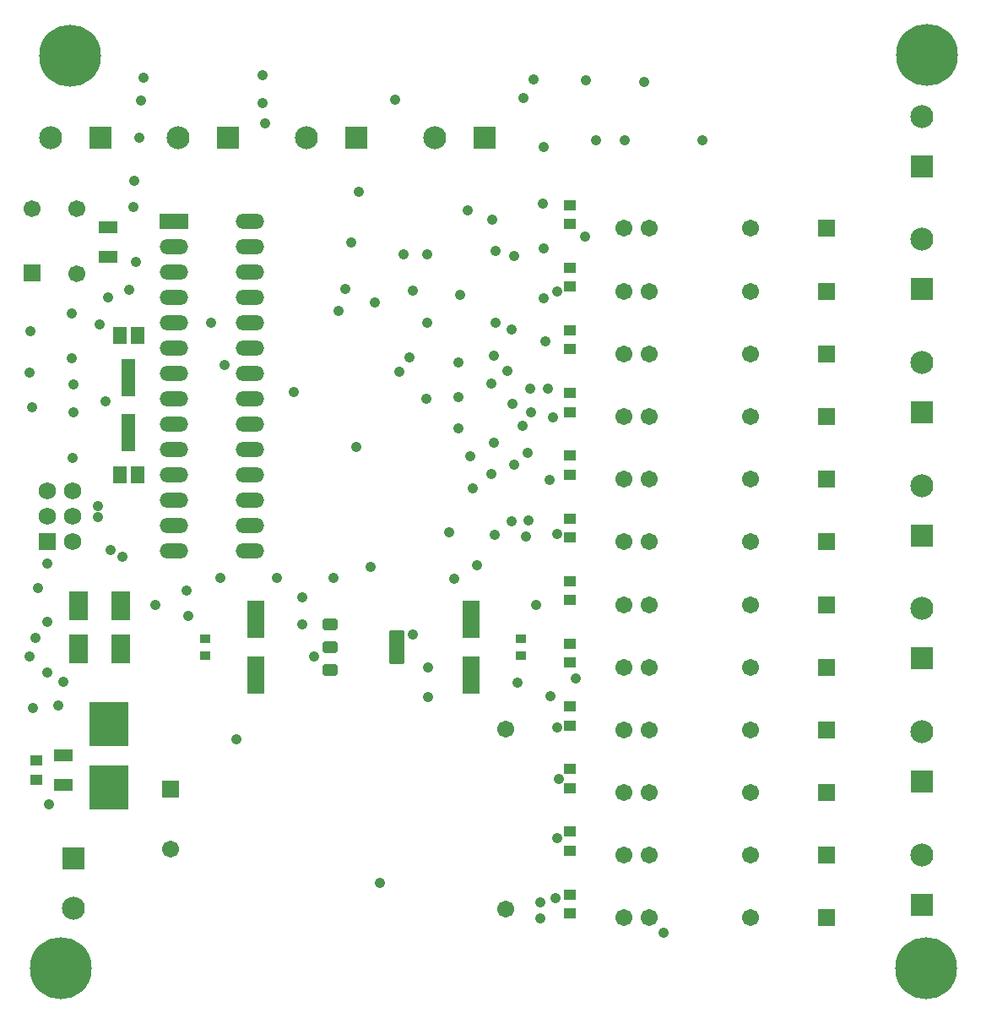
<source format=gts>
G04*
G04 #@! TF.GenerationSoftware,Altium Limited,Altium Designer,24.0.1 (36)*
G04*
G04 Layer_Color=8388736*
%FSLAX44Y44*%
%MOMM*%
G71*
G04*
G04 #@! TF.SameCoordinates,71F2B9B8-5446-4F90-8F71-DE05B1429098*
G04*
G04*
G04 #@! TF.FilePolarity,Negative*
G04*
G01*
G75*
%ADD26R,1.0032X0.9032*%
%ADD27R,4.0132X4.4432*%
%ADD28R,1.9532X2.8532*%
%ADD29R,1.9232X1.2832*%
%ADD30R,1.4132X1.6732*%
%ADD31R,1.4032X3.7032*%
%ADD32R,1.3032X1.1032*%
%ADD33R,1.8032X3.7032*%
G04:AMPARAMS|DCode=34|XSize=3.4432mm|YSize=1.5132mm|CornerRadius=0.1999mm|HoleSize=0mm|Usage=FLASHONLY|Rotation=270.000|XOffset=0mm|YOffset=0mm|HoleType=Round|Shape=RoundedRectangle|*
%AMROUNDEDRECTD34*
21,1,3.4432,1.1135,0,0,270.0*
21,1,3.0435,1.5132,0,0,270.0*
1,1,0.3997,-0.5568,-1.5218*
1,1,0.3997,-0.5568,1.5218*
1,1,0.3997,0.5568,1.5218*
1,1,0.3997,0.5568,-1.5218*
%
%ADD34ROUNDEDRECTD34*%
G04:AMPARAMS|DCode=35|XSize=1.1332mm|YSize=1.5132mm|CornerRadius=0.1714mm|HoleSize=0mm|Usage=FLASHONLY|Rotation=270.000|XOffset=0mm|YOffset=0mm|HoleType=Round|Shape=RoundedRectangle|*
%AMROUNDEDRECTD35*
21,1,1.1332,1.1705,0,0,270.0*
21,1,0.7905,1.5132,0,0,270.0*
1,1,0.3427,-0.5853,-0.3953*
1,1,0.3427,-0.5853,0.3953*
1,1,0.3427,0.5853,0.3953*
1,1,0.3427,0.5853,-0.3953*
%
%ADD35ROUNDEDRECTD35*%
%ADD36C,1.7112*%
%ADD37R,1.7112X1.7112*%
%ADD38O,2.8448X1.5240*%
%ADD39R,2.8448X1.5240*%
%ADD40C,2.3032*%
%ADD41R,2.3032X2.3032*%
%ADD42R,2.3032X2.3032*%
%ADD43C,1.7032*%
%ADD44R,1.7032X1.7032*%
%ADD45C,6.2032*%
%ADD46C,1.7012*%
%ADD47R,1.7012X1.7012*%
%ADD48R,1.7332X1.7332*%
%ADD49C,1.7332*%
%ADD50C,1.0617*%
D26*
X501856Y370514D02*
D03*
Y353514D02*
D03*
X184621Y370514D02*
D03*
Y353514D02*
D03*
D27*
X88101Y221198D02*
D03*
Y284999D02*
D03*
D28*
X57621Y360019D02*
D03*
Y403019D02*
D03*
X99991D02*
D03*
Y360019D02*
D03*
D29*
X87550Y753365D02*
D03*
Y782766D02*
D03*
X42381Y223969D02*
D03*
Y253369D02*
D03*
D30*
X98908Y534370D02*
D03*
X116868D02*
D03*
Y674070D02*
D03*
X98908D02*
D03*
D31*
X107888Y631720D02*
D03*
Y576720D02*
D03*
D32*
X550525Y472002D02*
D03*
Y491002D02*
D03*
Y534810D02*
D03*
Y553809D02*
D03*
Y597617D02*
D03*
Y616617D02*
D03*
Y660424D02*
D03*
Y679424D02*
D03*
Y723232D02*
D03*
Y742231D02*
D03*
Y95159D02*
D03*
Y114159D02*
D03*
Y157966D02*
D03*
Y176966D02*
D03*
Y220773D02*
D03*
Y239774D02*
D03*
Y283580D02*
D03*
Y302581D02*
D03*
Y346388D02*
D03*
Y365388D02*
D03*
Y409195D02*
D03*
Y428195D02*
D03*
Y786039D02*
D03*
Y805039D02*
D03*
X15711Y248169D02*
D03*
Y229168D02*
D03*
D33*
X235421Y390013D02*
D03*
Y334014D02*
D03*
X451321Y390013D02*
D03*
Y334014D02*
D03*
D34*
X376820Y362014D02*
D03*
D35*
X309921Y339114D02*
D03*
Y362014D02*
D03*
Y384914D02*
D03*
D36*
X604991Y90659D02*
D03*
X630391D02*
D03*
X731991D02*
D03*
X604991Y781539D02*
D03*
X630391D02*
D03*
X731991D02*
D03*
Y718731D02*
D03*
X630391D02*
D03*
X604991D02*
D03*
X731991Y655924D02*
D03*
X630391D02*
D03*
X604991D02*
D03*
X731991Y593117D02*
D03*
X630391D02*
D03*
X604991D02*
D03*
X731991Y530309D02*
D03*
X630391D02*
D03*
X604991D02*
D03*
X731991Y467502D02*
D03*
X630391D02*
D03*
X604991D02*
D03*
X731991Y404695D02*
D03*
X630391D02*
D03*
X604991D02*
D03*
X731991Y341888D02*
D03*
X630391D02*
D03*
X604991D02*
D03*
X731991Y279081D02*
D03*
X630391D02*
D03*
X604991D02*
D03*
X731991Y216273D02*
D03*
X630391D02*
D03*
X604991D02*
D03*
X731991Y153466D02*
D03*
X630391D02*
D03*
X604991D02*
D03*
D37*
X808191Y90659D02*
D03*
Y781539D02*
D03*
Y718731D02*
D03*
Y655924D02*
D03*
Y593117D02*
D03*
Y530309D02*
D03*
Y467502D02*
D03*
Y404695D02*
D03*
Y341888D02*
D03*
Y279081D02*
D03*
Y216273D02*
D03*
Y153466D02*
D03*
D38*
X229289Y788550D02*
D03*
Y763150D02*
D03*
Y737750D02*
D03*
Y712350D02*
D03*
Y686950D02*
D03*
Y661550D02*
D03*
Y636150D02*
D03*
Y610750D02*
D03*
Y585350D02*
D03*
Y559950D02*
D03*
Y534550D02*
D03*
Y509150D02*
D03*
Y483750D02*
D03*
Y458350D02*
D03*
X153089D02*
D03*
Y483750D02*
D03*
Y509150D02*
D03*
Y534550D02*
D03*
Y559950D02*
D03*
Y585350D02*
D03*
Y610750D02*
D03*
Y636150D02*
D03*
Y661550D02*
D03*
Y686950D02*
D03*
Y712350D02*
D03*
Y737750D02*
D03*
Y763150D02*
D03*
D39*
Y788550D02*
D03*
D40*
X414891Y872518D02*
D03*
X286197D02*
D03*
X157504D02*
D03*
X29945D02*
D03*
X903441Y770574D02*
D03*
Y647272D02*
D03*
Y523969D02*
D03*
Y400668D02*
D03*
Y277365D02*
D03*
Y154064D02*
D03*
Y893875D02*
D03*
X53120Y99979D02*
D03*
D41*
X464891Y872518D02*
D03*
X336197D02*
D03*
X207504D02*
D03*
X79945D02*
D03*
D42*
X903441Y720574D02*
D03*
Y597271D02*
D03*
Y473970D02*
D03*
Y350668D02*
D03*
Y227366D02*
D03*
Y104064D02*
D03*
Y843875D02*
D03*
X53120Y149979D02*
D03*
D43*
X485971Y99749D02*
D03*
Y279748D02*
D03*
X149971Y159749D02*
D03*
D44*
Y219749D02*
D03*
D45*
X40311Y39799D02*
D03*
X48965Y954369D02*
D03*
X908466Y955400D02*
D03*
X907964Y40041D02*
D03*
D46*
X55991Y801652D02*
D03*
X56351Y736133D02*
D03*
X10991Y801652D02*
D03*
D47*
Y736653D02*
D03*
D48*
X26185Y467494D02*
D03*
D49*
Y492894D02*
D03*
Y518294D02*
D03*
X51585Y467494D02*
D03*
Y492894D02*
D03*
Y518294D02*
D03*
D50*
X8580Y637031D02*
D03*
X520607Y90253D02*
D03*
Y106572D02*
D03*
X509315Y489336D02*
D03*
X503038Y583456D02*
D03*
X528139Y621107D02*
D03*
X524375Y711465D02*
D03*
X524374Y761664D02*
D03*
X494255Y754134D02*
D03*
X318559Y698915D02*
D03*
X390090Y652484D02*
D03*
X406407Y611068D02*
D03*
X471666Y535769D02*
D03*
X498018Y326187D02*
D03*
X42466Y327444D02*
D03*
X14856Y371368D02*
D03*
X51251Y696406D02*
D03*
X52506Y624873D02*
D03*
X51251Y651227D02*
D03*
X90155Y459216D02*
D03*
X101447Y452944D02*
D03*
X471663Y626125D02*
D03*
X474176Y653737D02*
D03*
X474173Y567141D02*
D03*
X511825Y597263D02*
D03*
X491743Y488078D02*
D03*
X273381Y617342D02*
D03*
X447821Y799313D02*
D03*
X472921Y790528D02*
D03*
X504295Y912261D02*
D03*
X242004Y934848D02*
D03*
X122784Y932340D02*
D03*
X514335Y931085D02*
D03*
X567041Y929833D02*
D03*
X624770Y928573D02*
D03*
X683756Y869592D02*
D03*
X439034Y580946D02*
D03*
X508060Y557104D02*
D03*
X475431Y474276D02*
D03*
X506802Y473019D02*
D03*
X12346Y301090D02*
D03*
X37443Y303598D02*
D03*
X26151Y336229D02*
D03*
X8582Y352544D02*
D03*
X26151Y387683D02*
D03*
X17364Y421565D02*
D03*
X11091Y602283D02*
D03*
X9837Y678836D02*
D03*
X78860Y685111D02*
D03*
X87645Y712720D02*
D03*
X108979Y720250D02*
D03*
X115254Y747860D02*
D03*
X112744Y803078D02*
D03*
X113999Y829432D02*
D03*
X119019Y872102D02*
D03*
X120274Y909751D02*
D03*
X244516Y887161D02*
D03*
X242004Y907238D02*
D03*
X375033Y911005D02*
D03*
X605948Y869592D02*
D03*
X577083D02*
D03*
X524375Y863317D02*
D03*
X440289Y715232D02*
D03*
X439034Y612320D02*
D03*
Y647459D02*
D03*
X491745Y680091D02*
D03*
X510570Y621107D02*
D03*
X493000Y606048D02*
D03*
X487980Y638677D02*
D03*
X452841Y520710D02*
D03*
X494255Y544554D02*
D03*
X450329Y553337D02*
D03*
X434796Y430270D02*
D03*
X393320Y374348D02*
D03*
X294069Y352941D02*
D03*
X135063Y404663D02*
D03*
X407887Y755407D02*
D03*
Y687081D02*
D03*
X476213D02*
D03*
Y759217D02*
D03*
X523711Y806715D02*
D03*
X644615Y75703D02*
D03*
X359881Y125995D02*
D03*
X216371Y269505D02*
D03*
X26185Y445527D02*
D03*
X27903Y204735D02*
D03*
X282411Y384914D02*
D03*
Y411999D02*
D03*
X203925Y644415D02*
D03*
X538189Y170699D02*
D03*
X408154Y341306D02*
D03*
Y311717D02*
D03*
X190971Y686950D02*
D03*
X200049Y431623D02*
D03*
X167884Y393457D02*
D03*
X166333Y418857D02*
D03*
X257011Y431557D02*
D03*
X313907D02*
D03*
X325083Y720609D02*
D03*
X379693Y637551D02*
D03*
X393409Y719085D02*
D03*
X336767Y562621D02*
D03*
X383984Y755915D02*
D03*
X77433Y492445D02*
D03*
Y503693D02*
D03*
X51585Y551953D02*
D03*
X354801Y707401D02*
D03*
X536411Y110501D02*
D03*
X539713Y230135D02*
D03*
X537935Y281443D02*
D03*
X556705Y330719D02*
D03*
X516599Y403995D02*
D03*
X538189Y475184D02*
D03*
X530315Y529609D02*
D03*
X533871Y592417D02*
D03*
X526144Y668031D02*
D03*
X537681Y718032D02*
D03*
X565621Y773187D02*
D03*
X457417Y444257D02*
D03*
X531331Y312431D02*
D03*
X351053Y442795D02*
D03*
X429182Y477236D02*
D03*
X331433Y767853D02*
D03*
X338518Y818145D02*
D03*
X53049Y597419D02*
D03*
X84545Y608087D02*
D03*
M02*

</source>
